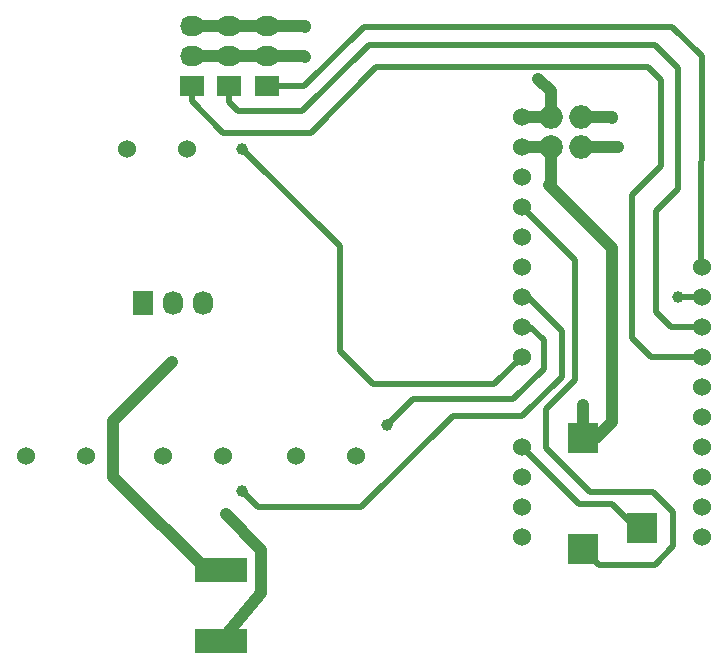
<source format=gtl>
%TF.GenerationSoftware,KiCad,Pcbnew,(after 2015-may-01 BZR unknown)-product*%
%TF.CreationDate,2015-10-31T14:35:05+09:00*%
%TF.JobID,HandBoard_v1,48616E64426F6172645F76312E6B6963,rev?*%
%TF.FileFunction,Copper,L1,Top,Signal*%
%FSLAX46Y46*%
G04 Gerber Fmt 4.6, Leading zero omitted, Abs format (unit mm)*
G04 Created by KiCad (PCBNEW (after 2015-may-01 BZR unknown)-product) date 2015/10/31 14:35:05*
%MOMM*%
G01*
G04 APERTURE LIST*
%ADD10C,0.100000*%
%ADD11C,2.000000*%
%ADD12O,2.000000X2.000000*%
%ADD13C,1.524000*%
%ADD14R,4.500000X2.000000*%
%ADD15R,2.500000X2.500000*%
%ADD16R,2.032000X1.727200*%
%ADD17O,2.032000X1.727200*%
%ADD18R,1.727200X2.032000*%
%ADD19O,1.727200X2.032000*%
%ADD20C,1.000000*%
%ADD21C,1.000000*%
%ADD22C,0.500000*%
G04 APERTURE END LIST*
D10*
D11*
X-14151600Y-11545400D03*
D12*
X-14151600Y-9005400D03*
X-11611600Y-11545400D03*
X-11611600Y-9005400D03*
D13*
X-58538100Y-37694700D03*
X-53458100Y-37694700D03*
X-46993800Y-37694700D03*
X-41913800Y-37694700D03*
X-35665400Y-37707400D03*
X-30585400Y-37707400D03*
X-49991000Y-11710500D03*
X-44911000Y-11710500D03*
X-1350000Y-36920000D03*
X-1350000Y-21680000D03*
X-16590000Y-8980000D03*
X-16590000Y-11520000D03*
X-16590000Y-14060000D03*
X-16590000Y-16600000D03*
X-16590000Y-19140000D03*
X-16590000Y-21680000D03*
X-16590000Y-44540000D03*
X-16590000Y-42000000D03*
X-16590000Y-39460000D03*
X-16590000Y-36920000D03*
X-16590000Y-29300000D03*
X-16590000Y-26760000D03*
X-16590000Y-24220000D03*
X-1350000Y-24220000D03*
X-1350000Y-26760000D03*
X-1350000Y-29300000D03*
X-1350000Y-31840000D03*
X-1350000Y-34380000D03*
X-1350000Y-39460000D03*
X-1350000Y-42000000D03*
X-1350000Y-44540000D03*
D14*
X-42076360Y-53395720D03*
X-42076360Y-47395720D03*
D15*
X-6406500Y-43767000D03*
X-11406500Y-45567000D03*
X-11406500Y-36167000D03*
D16*
X-44542700Y-6414600D03*
D17*
X-44542700Y-3874600D03*
X-44542700Y-1334600D03*
D18*
X-48700680Y-24738160D03*
D19*
X-46160680Y-24738160D03*
X-43620680Y-24738160D03*
D16*
X-38154600Y-6414600D03*
D17*
X-38154600Y-3874600D03*
X-38154600Y-1334600D03*
D16*
X-41355000Y-6401900D03*
D17*
X-41355000Y-3861900D03*
X-41355000Y-1321900D03*
D20*
X-41647100Y-42635000D03*
X-11450000Y-33400000D03*
X-46219100Y-29731800D03*
X-15250000Y-5750000D03*
X-8423900Y-11583500D03*
X-34941500Y-1360000D03*
X-34979600Y-3938100D03*
X-8911580Y-9056200D03*
X-3382000Y-24220000D03*
X-40250100Y-40691900D03*
X-27994600Y-35116600D03*
X-40250000Y-11700000D03*
D21*
X-14151600Y-11545400D02*
X-14151600Y-14644602D01*
X-14151600Y-14644602D02*
X-14277000Y-14770002D01*
X-8950000Y-20097002D02*
X-14277000Y-14770002D01*
X-8950000Y-34800000D02*
X-8950000Y-20097002D01*
X-10317000Y-36167000D02*
X-8950000Y-34800000D01*
X-10317000Y-36167000D02*
X-11406500Y-36167000D01*
D22*
X-14177000Y-11520000D02*
X-14151600Y-11545400D01*
X-11470000Y-36230500D02*
X-11470000Y-36261500D01*
X-58525400Y-37694700D02*
X-58538100Y-37694700D01*
D21*
X-41647100Y-42635000D02*
X-38657000Y-45675100D01*
X-38657000Y-45675100D02*
X-38657000Y-46043400D01*
X-38657000Y-49326360D02*
X-42076360Y-53395720D01*
X-38657000Y-46043400D02*
X-38657000Y-49326360D01*
X-11406500Y-33443500D02*
X-11406500Y-36167000D01*
X-11450000Y-33400000D02*
X-11406500Y-33443500D01*
X-51197500Y-35370600D02*
X-51197500Y-39455680D01*
X-51197500Y-39455680D02*
X-42749460Y-47903720D01*
X-51197500Y-34710200D02*
X-51197500Y-35370600D01*
X-46219100Y-29731800D02*
X-51197500Y-34710200D01*
X-15250000Y-5750000D02*
X-14151600Y-6848400D01*
X-14151600Y-6848400D02*
X-14151600Y-9005400D01*
D22*
X-14177000Y-8980000D02*
X-14151600Y-9005400D01*
D21*
X-16590000Y-8980000D02*
X-14177000Y-8980000D01*
D22*
X-14177000Y-8980000D02*
X-14151600Y-9005400D01*
X-8950000Y-41750000D02*
X-11760000Y-41750000D01*
X-11760000Y-41750000D02*
X-16590000Y-36920000D01*
X-6933000Y-43767000D02*
X-8950000Y-41750000D01*
D21*
X-6406500Y-43767000D02*
X-6933000Y-43767000D01*
D22*
X-10073500Y-46900000D02*
X-11406500Y-45567000D01*
D21*
X-16590000Y-11520000D02*
X-14177000Y-11520000D01*
D22*
X-12100000Y-21100000D02*
X-12100000Y-31300000D01*
X-12100000Y-31300000D02*
X-14550000Y-33750000D01*
X-14550000Y-33750000D02*
X-14550000Y-37050000D01*
X-14550000Y-37050000D02*
X-10850000Y-40750000D01*
X-10850000Y-40750000D02*
X-5500000Y-40750000D01*
X-5500000Y-40750000D02*
X-3800000Y-42450000D01*
X-3800000Y-42450000D02*
X-3800000Y-45350000D01*
X-3800000Y-45350000D02*
X-5350000Y-46900000D01*
X-5350000Y-46900000D02*
X-10073500Y-46900000D01*
X-16590000Y-16610000D02*
X-12100000Y-21100000D01*
X-16590000Y-16600000D02*
X-16590000Y-16610000D01*
X-34992300Y-6414600D02*
X-29937700Y-1360000D01*
X-1350000Y-3874600D02*
X-1400000Y-21800000D01*
X-3864600Y-1360000D02*
X-1350000Y-3874600D01*
X-29937700Y-1360000D02*
X-3864600Y-1360000D01*
X-38154600Y-6414600D02*
X-34992300Y-6414600D01*
X-1350000Y-26760000D02*
X-3966200Y-26760000D01*
X-5185400Y-16942900D02*
X-3369300Y-15126800D01*
X-5185400Y-25540800D02*
X-5185400Y-16942900D01*
X-3966200Y-26760000D02*
X-5185400Y-25540800D01*
X-3369300Y-15126800D02*
X-3369300Y-4839800D01*
X-5337800Y-2871300D02*
X-3369300Y-4839800D01*
X-41355000Y-7760800D02*
X-41355000Y-6401900D01*
X-29493200Y-2871300D02*
X-5337800Y-2871300D01*
X-35157400Y-8535500D02*
X-29493200Y-2871300D01*
X-40580300Y-8535500D02*
X-35157400Y-8535500D01*
X-41355000Y-7760800D02*
X-40580300Y-8535500D01*
X-7268200Y-27699800D02*
X-5668000Y-29300000D01*
X-5668000Y-29300000D02*
X-1350000Y-29300000D01*
X-44542700Y-7646500D02*
X-41863000Y-10326200D01*
X-41863000Y-10326200D02*
X-34458900Y-10326200D01*
X-34458900Y-10326200D02*
X-28921700Y-4789000D01*
X-28921700Y-4789000D02*
X-5922000Y-4789000D01*
X-44542700Y-6414600D02*
X-44542700Y-7646500D01*
X-5922000Y-4789000D02*
X-4804400Y-5906600D01*
X-4804400Y-13145600D02*
X-4804400Y-5906600D01*
X-7268200Y-15609400D02*
X-4804400Y-13145600D01*
X-7268200Y-27649000D02*
X-7268200Y-15609400D01*
X-7268200Y-27649000D02*
X-7268200Y-27699800D01*
D21*
X-44542700Y-1334600D02*
X-38154600Y-1334600D01*
X-8462000Y-11545400D02*
X-11611600Y-11545400D01*
X-8423900Y-11583500D02*
X-8462000Y-11545400D01*
X-34966900Y-1334600D02*
X-34941500Y-1360000D01*
X-38154600Y-1334600D02*
X-34966900Y-1334600D01*
X-11611600Y-9005400D02*
X-8962380Y-9005400D01*
X-35043100Y-3874600D02*
X-38154600Y-3874600D01*
X-35043100Y-3874600D02*
X-34979600Y-3938100D01*
X-8962380Y-9005400D02*
X-8911580Y-9056200D01*
X-44542700Y-3874600D02*
X-38154600Y-3874600D01*
D22*
X-1350000Y-24220000D02*
X-3382000Y-24220000D01*
X-40250100Y-40691900D02*
X-38891200Y-42050800D01*
X-38891200Y-42050800D02*
X-37557700Y-42050800D01*
X-30166300Y-42050800D02*
X-37557700Y-42050800D01*
X-22432000Y-34316500D02*
X-30166300Y-42050800D01*
X-16539200Y-34316500D02*
X-22432000Y-34316500D01*
X-13224500Y-31001800D02*
X-16539200Y-34316500D01*
X-13224500Y-27090200D02*
X-13224500Y-31001800D01*
X-13224500Y-27090200D02*
X-16094700Y-24220000D01*
X-16590000Y-24220000D02*
X-16094700Y-24220000D01*
X-14748500Y-27877600D02*
X-15866100Y-26760000D01*
X-14748500Y-27877600D02*
X-14748500Y-30316000D01*
X-14748500Y-30316000D02*
X-17313900Y-32881400D01*
X-17313900Y-32881400D02*
X-25759400Y-32881400D01*
X-27994600Y-35116600D02*
X-25759400Y-32881400D01*
X-16590000Y-26760000D02*
X-15866100Y-26760000D01*
X-32007800Y-28830100D02*
X-32007800Y-19942200D01*
X-16590000Y-29300000D02*
X-18939500Y-31649500D01*
X-29188400Y-31649500D02*
X-18939500Y-31649500D01*
X-32007800Y-28830100D02*
X-29188400Y-31649500D01*
X-32007800Y-19942200D02*
X-40250000Y-11700000D01*
M02*

</source>
